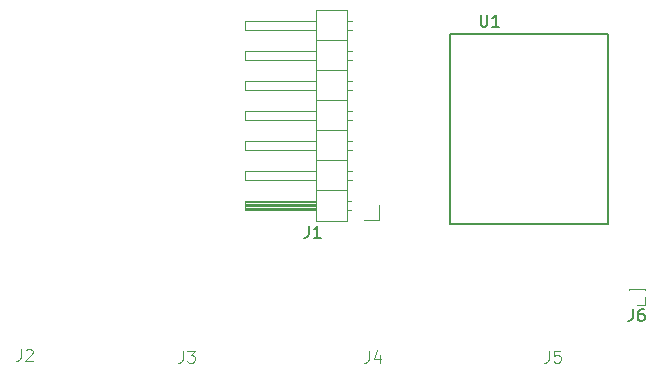
<source format=gto>
G04 #@! TF.GenerationSoftware,KiCad,Pcbnew,7.0.2*
G04 #@! TF.CreationDate,2024-09-29T20:12:52-04:00*
G04 #@! TF.ProjectId,GPIO_circuit,4750494f-5f63-4697-9263-7569742e6b69,rev?*
G04 #@! TF.SameCoordinates,Original*
G04 #@! TF.FileFunction,Legend,Top*
G04 #@! TF.FilePolarity,Positive*
%FSLAX46Y46*%
G04 Gerber Fmt 4.6, Leading zero omitted, Abs format (unit mm)*
G04 Created by KiCad (PCBNEW 7.0.2) date 2024-09-29 20:12:52*
%MOMM*%
%LPD*%
G01*
G04 APERTURE LIST*
%ADD10C,0.150000*%
%ADD11C,0.100000*%
%ADD12C,0.120000*%
%ADD13C,0.127000*%
G04 APERTURE END LIST*
D10*
X156130666Y-86874619D02*
X156130666Y-87588904D01*
X156130666Y-87588904D02*
X156083047Y-87731761D01*
X156083047Y-87731761D02*
X155987809Y-87827000D01*
X155987809Y-87827000D02*
X155844952Y-87874619D01*
X155844952Y-87874619D02*
X155749714Y-87874619D01*
X157035428Y-86874619D02*
X156844952Y-86874619D01*
X156844952Y-86874619D02*
X156749714Y-86922238D01*
X156749714Y-86922238D02*
X156702095Y-86969857D01*
X156702095Y-86969857D02*
X156606857Y-87112714D01*
X156606857Y-87112714D02*
X156559238Y-87303190D01*
X156559238Y-87303190D02*
X156559238Y-87684142D01*
X156559238Y-87684142D02*
X156606857Y-87779380D01*
X156606857Y-87779380D02*
X156654476Y-87827000D01*
X156654476Y-87827000D02*
X156749714Y-87874619D01*
X156749714Y-87874619D02*
X156940190Y-87874619D01*
X156940190Y-87874619D02*
X157035428Y-87827000D01*
X157035428Y-87827000D02*
X157083047Y-87779380D01*
X157083047Y-87779380D02*
X157130666Y-87684142D01*
X157130666Y-87684142D02*
X157130666Y-87446047D01*
X157130666Y-87446047D02*
X157083047Y-87350809D01*
X157083047Y-87350809D02*
X157035428Y-87303190D01*
X157035428Y-87303190D02*
X156940190Y-87255571D01*
X156940190Y-87255571D02*
X156749714Y-87255571D01*
X156749714Y-87255571D02*
X156654476Y-87303190D01*
X156654476Y-87303190D02*
X156606857Y-87350809D01*
X156606857Y-87350809D02*
X156559238Y-87446047D01*
D11*
X149018666Y-90402619D02*
X149018666Y-91116904D01*
X149018666Y-91116904D02*
X148971047Y-91259761D01*
X148971047Y-91259761D02*
X148875809Y-91355000D01*
X148875809Y-91355000D02*
X148732952Y-91402619D01*
X148732952Y-91402619D02*
X148637714Y-91402619D01*
X149971047Y-90402619D02*
X149494857Y-90402619D01*
X149494857Y-90402619D02*
X149447238Y-90878809D01*
X149447238Y-90878809D02*
X149494857Y-90831190D01*
X149494857Y-90831190D02*
X149590095Y-90783571D01*
X149590095Y-90783571D02*
X149828190Y-90783571D01*
X149828190Y-90783571D02*
X149923428Y-90831190D01*
X149923428Y-90831190D02*
X149971047Y-90878809D01*
X149971047Y-90878809D02*
X150018666Y-90974047D01*
X150018666Y-90974047D02*
X150018666Y-91212142D01*
X150018666Y-91212142D02*
X149971047Y-91307380D01*
X149971047Y-91307380D02*
X149923428Y-91355000D01*
X149923428Y-91355000D02*
X149828190Y-91402619D01*
X149828190Y-91402619D02*
X149590095Y-91402619D01*
X149590095Y-91402619D02*
X149494857Y-91355000D01*
X149494857Y-91355000D02*
X149447238Y-91307380D01*
X133778666Y-90402619D02*
X133778666Y-91116904D01*
X133778666Y-91116904D02*
X133731047Y-91259761D01*
X133731047Y-91259761D02*
X133635809Y-91355000D01*
X133635809Y-91355000D02*
X133492952Y-91402619D01*
X133492952Y-91402619D02*
X133397714Y-91402619D01*
X134683428Y-90735952D02*
X134683428Y-91402619D01*
X134445333Y-90355000D02*
X134207238Y-91069285D01*
X134207238Y-91069285D02*
X134826285Y-91069285D01*
X118030666Y-90402619D02*
X118030666Y-91116904D01*
X118030666Y-91116904D02*
X117983047Y-91259761D01*
X117983047Y-91259761D02*
X117887809Y-91355000D01*
X117887809Y-91355000D02*
X117744952Y-91402619D01*
X117744952Y-91402619D02*
X117649714Y-91402619D01*
X118411619Y-90402619D02*
X119030666Y-90402619D01*
X119030666Y-90402619D02*
X118697333Y-90783571D01*
X118697333Y-90783571D02*
X118840190Y-90783571D01*
X118840190Y-90783571D02*
X118935428Y-90831190D01*
X118935428Y-90831190D02*
X118983047Y-90878809D01*
X118983047Y-90878809D02*
X119030666Y-90974047D01*
X119030666Y-90974047D02*
X119030666Y-91212142D01*
X119030666Y-91212142D02*
X118983047Y-91307380D01*
X118983047Y-91307380D02*
X118935428Y-91355000D01*
X118935428Y-91355000D02*
X118840190Y-91402619D01*
X118840190Y-91402619D02*
X118554476Y-91402619D01*
X118554476Y-91402619D02*
X118459238Y-91355000D01*
X118459238Y-91355000D02*
X118411619Y-91307380D01*
X104314666Y-90253619D02*
X104314666Y-90967904D01*
X104314666Y-90967904D02*
X104267047Y-91110761D01*
X104267047Y-91110761D02*
X104171809Y-91206000D01*
X104171809Y-91206000D02*
X104028952Y-91253619D01*
X104028952Y-91253619D02*
X103933714Y-91253619D01*
X104743238Y-90348857D02*
X104790857Y-90301238D01*
X104790857Y-90301238D02*
X104886095Y-90253619D01*
X104886095Y-90253619D02*
X105124190Y-90253619D01*
X105124190Y-90253619D02*
X105219428Y-90301238D01*
X105219428Y-90301238D02*
X105267047Y-90348857D01*
X105267047Y-90348857D02*
X105314666Y-90444095D01*
X105314666Y-90444095D02*
X105314666Y-90539333D01*
X105314666Y-90539333D02*
X105267047Y-90682190D01*
X105267047Y-90682190D02*
X104695619Y-91253619D01*
X104695619Y-91253619D02*
X105314666Y-91253619D01*
D10*
X128688666Y-79837619D02*
X128688666Y-80551904D01*
X128688666Y-80551904D02*
X128641047Y-80694761D01*
X128641047Y-80694761D02*
X128545809Y-80790000D01*
X128545809Y-80790000D02*
X128402952Y-80837619D01*
X128402952Y-80837619D02*
X128307714Y-80837619D01*
X129688666Y-80837619D02*
X129117238Y-80837619D01*
X129402952Y-80837619D02*
X129402952Y-79837619D01*
X129402952Y-79837619D02*
X129307714Y-79980476D01*
X129307714Y-79980476D02*
X129212476Y-80075714D01*
X129212476Y-80075714D02*
X129117238Y-80123333D01*
X143233095Y-61955619D02*
X143233095Y-62765142D01*
X143233095Y-62765142D02*
X143280714Y-62860380D01*
X143280714Y-62860380D02*
X143328333Y-62908000D01*
X143328333Y-62908000D02*
X143423571Y-62955619D01*
X143423571Y-62955619D02*
X143614047Y-62955619D01*
X143614047Y-62955619D02*
X143709285Y-62908000D01*
X143709285Y-62908000D02*
X143756904Y-62860380D01*
X143756904Y-62860380D02*
X143804523Y-62765142D01*
X143804523Y-62765142D02*
X143804523Y-61955619D01*
X144804523Y-62955619D02*
X144233095Y-62955619D01*
X144518809Y-62955619D02*
X144518809Y-61955619D01*
X144518809Y-61955619D02*
X144423571Y-62098476D01*
X144423571Y-62098476D02*
X144328333Y-62193714D01*
X144328333Y-62193714D02*
X144233095Y-62241333D01*
D12*
X157159000Y-85852000D02*
X157159000Y-86537000D01*
X157159000Y-85167000D02*
X155769000Y-85167000D01*
X155855724Y-85167000D02*
X155769000Y-85167000D01*
X157159000Y-85167000D02*
X157159000Y-85292000D01*
X157159000Y-86537000D02*
X156464000Y-86537000D01*
X157159000Y-85167000D02*
X157072276Y-85167000D01*
X155769000Y-85167000D02*
X155769000Y-85292000D01*
X129307000Y-78485000D02*
X123307000Y-78485000D01*
X123307000Y-62485000D02*
X129307000Y-62485000D01*
X129307000Y-78065000D02*
X123307000Y-78065000D01*
X129307000Y-78185000D02*
X123307000Y-78185000D01*
X129307000Y-73405000D02*
X123307000Y-73405000D01*
X132364071Y-65025000D02*
X131967000Y-65025000D01*
X129307000Y-63245000D02*
X123307000Y-63245000D01*
X129307000Y-70865000D02*
X123307000Y-70865000D01*
X132364071Y-70865000D02*
X131967000Y-70865000D01*
X134677000Y-78105000D02*
X134677000Y-79375000D01*
X129307000Y-75945000D02*
X123307000Y-75945000D01*
X132364071Y-75185000D02*
X131967000Y-75185000D01*
X132364071Y-68325000D02*
X131967000Y-68325000D01*
X123307000Y-68325000D02*
X123307000Y-67565000D01*
X131967000Y-69215000D02*
X129307000Y-69215000D01*
X123307000Y-65025000D02*
X129307000Y-65025000D01*
X123307000Y-73405000D02*
X123307000Y-72645000D01*
X123307000Y-75945000D02*
X123307000Y-75185000D01*
X131967000Y-64135000D02*
X129307000Y-64135000D01*
X129307000Y-68325000D02*
X123307000Y-68325000D01*
X134677000Y-79375000D02*
X133407000Y-79375000D01*
X123307000Y-67565000D02*
X129307000Y-67565000D01*
X129307000Y-65785000D02*
X123307000Y-65785000D01*
X129307000Y-61535000D02*
X129307000Y-79435000D01*
X132364071Y-62485000D02*
X131967000Y-62485000D01*
X123307000Y-70105000D02*
X129307000Y-70105000D01*
X129307000Y-78305000D02*
X123307000Y-78305000D01*
X123307000Y-63245000D02*
X123307000Y-62485000D01*
X132364071Y-73405000D02*
X131967000Y-73405000D01*
X132364071Y-65785000D02*
X131967000Y-65785000D01*
X132364071Y-70105000D02*
X131967000Y-70105000D01*
X129307000Y-79435000D02*
X131967000Y-79435000D01*
X123307000Y-65785000D02*
X123307000Y-65025000D01*
X123307000Y-77725000D02*
X129307000Y-77725000D01*
X132297000Y-78485000D02*
X131967000Y-78485000D01*
X132364071Y-67565000D02*
X131967000Y-67565000D01*
X129307000Y-77825000D02*
X123307000Y-77825000D01*
X131967000Y-79435000D02*
X131967000Y-61535000D01*
X131967000Y-61535000D02*
X129307000Y-61535000D01*
X131967000Y-66675000D02*
X129307000Y-66675000D01*
X129307000Y-77945000D02*
X123307000Y-77945000D01*
X131967000Y-74295000D02*
X129307000Y-74295000D01*
X123307000Y-75185000D02*
X129307000Y-75185000D01*
X132364071Y-72645000D02*
X131967000Y-72645000D01*
X132364071Y-75945000D02*
X131967000Y-75945000D01*
X123307000Y-72645000D02*
X129307000Y-72645000D01*
X132364071Y-63245000D02*
X131967000Y-63245000D01*
X129307000Y-78425000D02*
X123307000Y-78425000D01*
X123307000Y-78485000D02*
X123307000Y-77725000D01*
X132297000Y-77725000D02*
X131967000Y-77725000D01*
X123307000Y-70865000D02*
X123307000Y-70105000D01*
X131967000Y-71755000D02*
X129307000Y-71755000D01*
X131967000Y-76835000D02*
X129307000Y-76835000D01*
D13*
X140655000Y-63603000D02*
X153985000Y-63603000D01*
X140655000Y-79653000D02*
X140655000Y-63603000D01*
X153985000Y-63603000D02*
X153985000Y-79653000D01*
X153985000Y-79653000D02*
X140655000Y-79653000D01*
M02*

</source>
